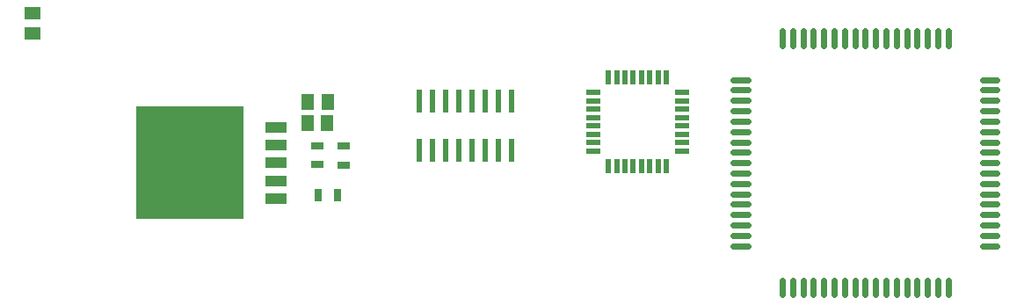
<source format=gbr>
G04 EAGLE Gerber RS-274X export*
G75*
%MOMM*%
%FSLAX34Y34*%
%LPD*%
%INSolderpaste Bottom*%
%IPPOS*%
%AMOC8*
5,1,8,0,0,1.08239X$1,22.5*%
G01*
%ADD10R,1.300000X1.500000*%
%ADD11R,10.410000X10.800000*%
%ADD12R,2.159000X1.066800*%
%ADD13C,0.600000*%
%ADD14R,1.200000X0.800000*%
%ADD15R,0.800000X1.200000*%
%ADD16R,1.500000X1.300000*%
%ADD17R,0.508000X1.358900*%
%ADD18R,1.358900X0.508000*%
%ADD19R,0.558800X2.184400*%


D10*
X360120Y210366D03*
X379120Y210366D03*
X360178Y230902D03*
X379178Y230902D03*
D11*
X246400Y171900D03*
D12*
X329712Y205936D03*
X329712Y188918D03*
X329712Y171900D03*
X329712Y154882D03*
X329712Y137864D03*
D13*
X977200Y59100D02*
X977200Y45100D01*
X967200Y45100D02*
X967200Y59100D01*
X957200Y59100D02*
X957200Y45100D01*
X947200Y45100D02*
X947200Y59100D01*
X937200Y59100D02*
X937200Y45100D01*
X927200Y45100D02*
X927200Y59100D01*
X917200Y59100D02*
X917200Y45100D01*
X907200Y45100D02*
X907200Y59100D01*
X897200Y59100D02*
X897200Y45100D01*
X887200Y45100D02*
X887200Y59100D01*
X877200Y59100D02*
X877200Y45100D01*
X867200Y45100D02*
X867200Y59100D01*
X857200Y59100D02*
X857200Y45100D01*
X847200Y45100D02*
X847200Y59100D01*
X837200Y59100D02*
X837200Y45100D01*
X827200Y45100D02*
X827200Y59100D01*
X817200Y59100D02*
X817200Y45100D01*
X784200Y92100D02*
X770200Y92100D01*
X770200Y102100D02*
X784200Y102100D01*
X784200Y112100D02*
X770200Y112100D01*
X770200Y122100D02*
X784200Y122100D01*
X784200Y132100D02*
X770200Y132100D01*
X770200Y142100D02*
X784200Y142100D01*
X784200Y152100D02*
X770200Y152100D01*
X770200Y162100D02*
X784200Y162100D01*
X784200Y172100D02*
X770200Y172100D01*
X770200Y182100D02*
X784200Y182100D01*
X784200Y192100D02*
X770200Y192100D01*
X770200Y202100D02*
X784200Y202100D01*
X784200Y212100D02*
X770200Y212100D01*
X770200Y222100D02*
X784200Y222100D01*
X784200Y232100D02*
X770200Y232100D01*
X770200Y242100D02*
X784200Y242100D01*
X784200Y252100D02*
X770200Y252100D01*
X817200Y285100D02*
X817200Y299100D01*
X827200Y299100D02*
X827200Y285100D01*
X837200Y285100D02*
X837200Y299100D01*
X847200Y299100D02*
X847200Y285100D01*
X857200Y285100D02*
X857200Y299100D01*
X867200Y299100D02*
X867200Y285100D01*
X877200Y285100D02*
X877200Y299100D01*
X887200Y299100D02*
X887200Y285100D01*
X897200Y285100D02*
X897200Y299100D01*
X907200Y299100D02*
X907200Y285100D01*
X917200Y285100D02*
X917200Y299100D01*
X927200Y299100D02*
X927200Y285100D01*
X937200Y285100D02*
X937200Y299100D01*
X947200Y299100D02*
X947200Y285100D01*
X957200Y285100D02*
X957200Y299100D01*
X967200Y299100D02*
X967200Y285100D01*
X977200Y285100D02*
X977200Y299100D01*
X1010200Y252100D02*
X1024200Y252100D01*
X1024200Y242100D02*
X1010200Y242100D01*
X1010200Y232100D02*
X1024200Y232100D01*
X1024200Y222100D02*
X1010200Y222100D01*
X1010200Y212100D02*
X1024200Y212100D01*
X1024200Y202100D02*
X1010200Y202100D01*
X1010200Y192100D02*
X1024200Y192100D01*
X1024200Y182100D02*
X1010200Y182100D01*
X1010200Y172100D02*
X1024200Y172100D01*
X1024200Y162100D02*
X1010200Y162100D01*
X1010200Y152100D02*
X1024200Y152100D01*
X1024200Y142100D02*
X1010200Y142100D01*
X1010200Y132100D02*
X1024200Y132100D01*
X1024200Y122100D02*
X1010200Y122100D01*
X1010200Y112100D02*
X1024200Y112100D01*
X1024200Y102100D02*
X1010200Y102100D01*
X1010200Y92100D02*
X1024200Y92100D01*
D14*
X395024Y187950D03*
X395024Y169950D03*
D15*
X388500Y140678D03*
X370500Y140678D03*
D14*
X369718Y188462D03*
X369718Y170462D03*
D16*
X94774Y296838D03*
X94774Y315838D03*
D17*
X705748Y168913D03*
X697748Y168913D03*
X689748Y168913D03*
X681748Y168913D03*
X673748Y168913D03*
X665748Y168913D03*
X657748Y168913D03*
X649748Y168913D03*
D18*
X635013Y183648D03*
X635013Y191648D03*
X635013Y199648D03*
X635013Y207648D03*
X635013Y215648D03*
X635013Y223648D03*
X635013Y231648D03*
X635013Y239648D03*
D17*
X649748Y254384D03*
X657748Y254384D03*
X665748Y254384D03*
X673748Y254384D03*
X681748Y254384D03*
X689748Y254384D03*
X697748Y254384D03*
X705748Y254384D03*
D18*
X720484Y239648D03*
X720484Y231648D03*
X720484Y223648D03*
X720484Y215648D03*
X720484Y207648D03*
X720484Y199648D03*
X720484Y191648D03*
X720484Y183648D03*
D19*
X556456Y184480D03*
X543756Y184480D03*
X531056Y184480D03*
X518356Y184480D03*
X505656Y184480D03*
X492956Y184480D03*
X480256Y184480D03*
X467556Y184480D03*
X467556Y231724D03*
X480256Y231724D03*
X492956Y231724D03*
X505656Y231724D03*
X518356Y231724D03*
X531056Y231724D03*
X543756Y231724D03*
X556456Y231724D03*
M02*

</source>
